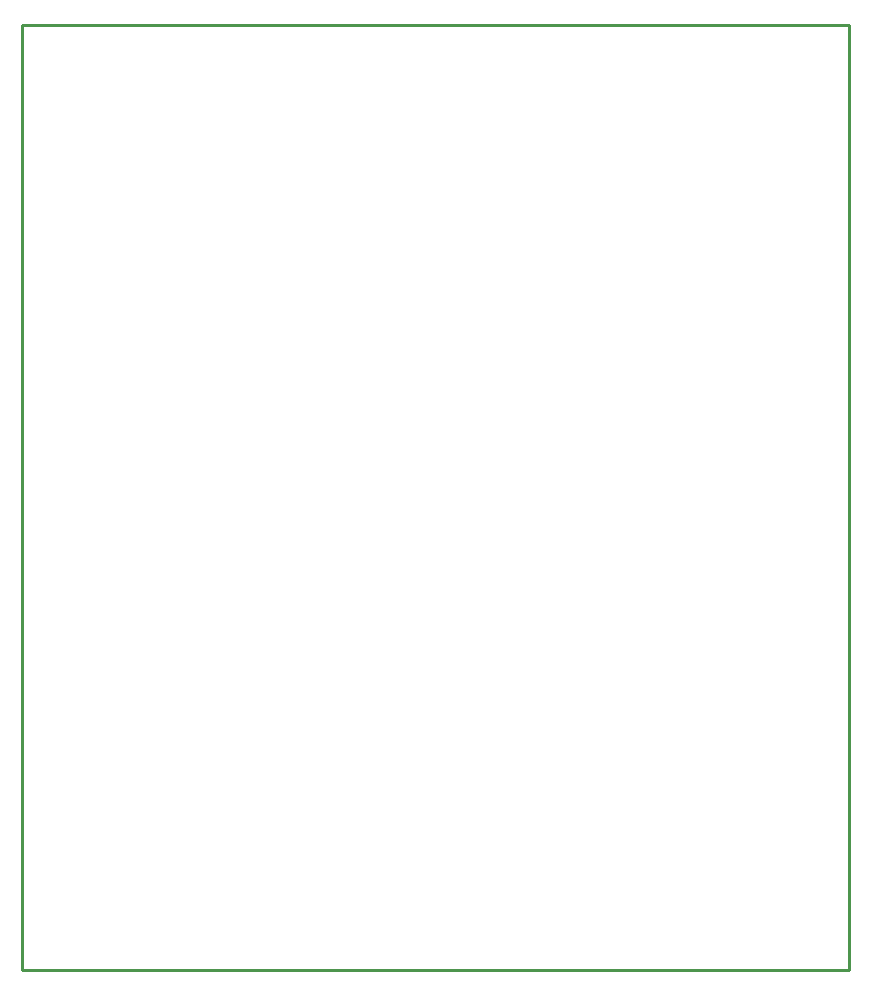
<source format=gko>
%FSLAX44Y44*%
%MOMM*%
G71*
G01*
G75*
G04 Layer_Color=16711935*
%ADD10R,5.5000X6.9000*%
%ADD11R,0.9500X1.9000*%
%ADD12C,1.0000*%
%ADD13O,2.0000X3.0000*%
%ADD14O,3.0000X2.0000*%
%ADD15C,1.0000*%
%ADD16R,1.0000X1.0000*%
%ADD17R,2.0000X2.0000*%
%ADD18C,2.0000*%
%ADD19C,1.2000*%
%ADD20C,3.5000*%
%ADD21R,1.5000X1.5000*%
%ADD22C,1.5000*%
%ADD23R,1.2000X1.2000*%
%ADD24C,1.6000*%
%ADD25C,1.5000*%
%ADD26P,1.6236X8X202.5*%
%ADD27C,1.2700*%
%ADD28C,0.2540*%
%ADD29C,0.2000*%
%ADD30C,0.2500*%
%ADD31R,19.0754X0.2794*%
%ADD32R,1.9558X0.0254*%
%ADD33R,1.1430X0.0254*%
%ADD34R,3.9116X0.0254*%
%ADD35R,1.9812X0.0254*%
%ADD36R,1.1684X0.0254*%
%ADD37R,3.9624X0.0254*%
%ADD38R,2.0066X0.1270*%
%ADD39R,1.2192X0.1270*%
%ADD40R,4.0132X0.0254*%
%ADD41R,4.1148X0.0254*%
%ADD42R,4.1402X0.0254*%
%ADD43R,4.2164X0.0254*%
%ADD44R,4.2418X0.0508*%
%ADD45R,1.2192X0.0254*%
%ADD46R,0.2032X0.0254*%
%ADD47R,0.2540X0.0254*%
%ADD48R,0.3556X0.0254*%
%ADD49R,0.2032X0.3048*%
%ADD50R,0.4318X0.0254*%
%ADD51R,0.2286X0.0254*%
%ADD52R,0.1778X0.0254*%
%ADD53R,0.2286X0.0508*%
%ADD54R,0.4064X0.0254*%
%ADD55R,0.2794X0.0254*%
%ADD56R,0.2032X0.1524*%
%ADD57R,0.2540X0.0508*%
%ADD58R,0.3556X0.0508*%
%ADD59R,0.3048X0.0254*%
%ADD60R,0.2794X0.0508*%
%ADD61R,0.3302X0.0508*%
%ADD62R,0.3302X0.0254*%
%ADD63R,0.2032X0.5334*%
%ADD64R,0.2286X0.0762*%
%ADD65R,0.2286X0.1270*%
%ADD66R,0.3048X0.0508*%
%ADD67R,1.6002X0.0254*%
%ADD68R,1.6256X0.0254*%
%ADD69R,0.2540X0.0762*%
%ADD70R,1.7018X0.0254*%
%ADD71R,1.8034X0.0508*%
%ADD72R,1.8288X0.0254*%
%ADD73R,0.2032X0.0508*%
%ADD74R,1.8796X0.0254*%
%ADD75R,1.9050X0.0508*%
%ADD76R,0.2032X0.1016*%
%ADD77R,0.2032X0.1778*%
%ADD78R,0.2286X0.1016*%
%ADD79R,2.8194X0.0254*%
%ADD80R,2.7940X0.0254*%
%ADD81R,0.2032X0.1270*%
%ADD82R,2.8448X0.0254*%
%ADD83R,0.2032X0.0762*%
%ADD84R,3.0988X0.0254*%
%ADD85R,3.0226X0.0254*%
%ADD86R,3.1750X0.0254*%
%ADD87R,3.2258X0.0254*%
%ADD88R,3.1496X0.0254*%
%ADD89R,0.5334X0.0254*%
%ADD90R,3.4036X0.0254*%
%ADD91R,3.3782X0.0508*%
%ADD92R,0.5080X0.0254*%
%ADD93R,3.4290X0.0254*%
%ADD94R,0.4572X0.0254*%
%ADD95R,3.4798X0.0254*%
%ADD96R,0.5588X0.0508*%
%ADD97R,0.3810X0.0254*%
%ADD98R,0.4826X0.0254*%
%ADD99R,1.4478X0.0508*%
%ADD100R,1.4732X0.0254*%
%ADD101R,1.4986X0.0254*%
%ADD102R,1.5494X0.0254*%
%ADD103R,1.6002X0.0508*%
%ADD104R,1.6256X0.0508*%
%ADD105R,1.6764X0.0762*%
%ADD106R,1.6510X0.0254*%
%ADD107R,1.7018X0.0508*%
%ADD108R,1.9050X0.0254*%
%ADD109R,1.9304X0.0508*%
%ADD110R,0.2794X0.1016*%
%ADD111R,1.8034X0.0254*%
%ADD112R,0.2794X0.0762*%
%ADD113R,1.7780X0.0254*%
%ADD114R,1.7526X0.0254*%
%ADD115R,1.5240X0.0254*%
%ADD116R,0.2032X0.2032*%
%ADD117R,0.8382X0.0254*%
%ADD118R,0.8128X0.0254*%
%ADD119R,0.8890X0.0254*%
%ADD120R,0.9652X0.0254*%
%ADD121R,0.9398X0.0254*%
%ADD122R,0.8636X0.0254*%
%ADD123R,0.9144X0.0254*%
%ADD124R,0.2540X0.1016*%
%ADD125R,0.4318X0.0508*%
%ADD126R,1.8288X0.0508*%
%ADD127R,1.8796X0.0762*%
%ADD128R,0.2286X0.3810*%
%ADD129R,1.4478X0.0254*%
%ADD130R,1.6764X0.1778*%
%ADD131R,1.6764X0.0254*%
%ADD132R,1.6510X0.0762*%
%ADD133R,1.5748X0.0254*%
%ADD134R,0.0254X0.0254*%
%ADD135R,0.0508X0.0254*%
%ADD136R,0.1270X0.0254*%
%ADD137R,0.1524X0.0254*%
%ADD138R,2.5146X0.0254*%
%ADD139R,0.5334X0.0508*%
%ADD140R,2.8702X0.0254*%
%ADD141R,2.8956X0.0254*%
%ADD142R,2.9210X0.1016*%
%ADD143R,2.8956X0.0508*%
%ADD144R,2.9210X0.0254*%
%ADD145R,2.8194X0.0508*%
%ADD146R,2.8448X0.0508*%
%ADD147R,0.2286X0.5842*%
%ADD148R,0.2032X0.4318*%
%ADD149R,1.9558X0.0508*%
%ADD150R,0.3810X0.0508*%
%ADD151R,2.7686X0.0254*%
%ADD152R,2.7432X0.0254*%
%ADD153R,2.4384X0.0254*%
%ADD154R,2.6670X0.0254*%
%ADD155R,0.2032X0.3302*%
%ADD156R,2.3876X0.0254*%
%ADD157R,2.6416X0.0254*%
%ADD158R,1.2446X0.0508*%
%ADD159R,6.2738X0.0254*%
%ADD160R,3.7338X0.0254*%
%ADD161R,3.7592X0.0254*%
%ADD162R,6.2484X0.0254*%
%ADD163R,3.7084X0.0254*%
%ADD164R,1.2446X0.1016*%
%ADD165R,6.1976X0.0254*%
%ADD166R,3.6322X0.0254*%
%ADD167R,3.6830X0.0254*%
%ADD168R,6.1722X0.0254*%
%ADD169R,3.6068X0.0254*%
%ADD170R,3.6068X0.0508*%
%ADD171R,6.1468X0.0254*%
%ADD172R,3.5814X0.0254*%
%ADD173R,6.0198X0.0254*%
%ADD174R,3.4544X0.0508*%
%ADD175R,5.9944X0.0254*%
%ADD176R,3.4544X0.0254*%
%ADD177R,5.9182X0.0254*%
%ADD178R,3.3782X0.0254*%
%ADD179R,18.9738X0.0254*%
%ADD180R,19.0754X0.3302*%
%ADD181R,1.9300X1.2040*%
%ADD182R,5.7032X7.1032*%
%ADD183R,1.1532X2.1032*%
%ADD184O,2.2032X3.2032*%
%ADD185O,3.2032X2.2032*%
%ADD186C,1.2032*%
%ADD187R,1.2032X1.2032*%
%ADD188R,2.2032X2.2032*%
%ADD189C,2.2032*%
%ADD190C,1.4032*%
%ADD191C,3.7032*%
%ADD192R,1.7032X1.7032*%
%ADD193C,1.7032*%
%ADD194R,1.4032X1.4032*%
%ADD195C,1.8032*%
%ADD196C,1.7032*%
%ADD197P,1.8435X8X202.5*%
%ADD198C,1.4732*%
G54D28*
X960000Y740000D02*
Y1540000D01*
X1660000D01*
Y740000D02*
Y1540000D01*
X960000Y740000D02*
X1660000D01*
M02*

</source>
